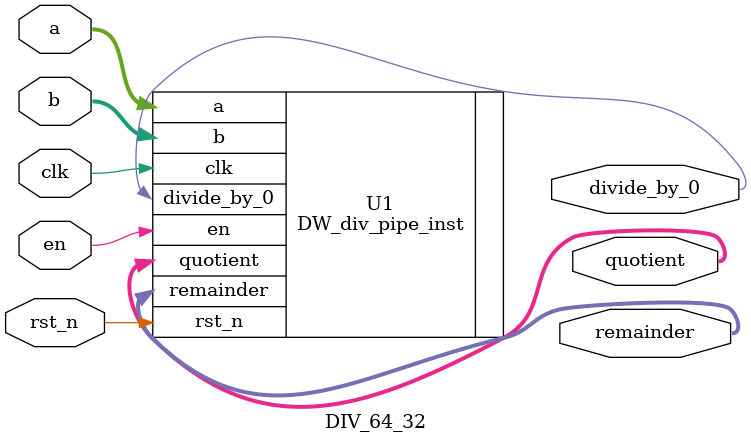
<source format=v>
module DIV_64_32(clk, rst_n, en, a, b,
                        quotient, remainder, divide_by_0 );

  input clk;
  input rst_n;
  input en;
  input [63 : 0] a;
  input [31 : 0] b;
  output [63 : 0] quotient;
  output [31 : 0] remainder;
  output divide_by_0;

  // Instance of DW_div_pipe
  DW_div_pipe_inst
    U1 (.clk(clk),   .rst_n(rst_n),   .en(en),
        .a(a),   .b(b),   .quotient(quotient),
        .remainder(remainder),   .divide_by_0(divide_by_0) );
endmodule
</source>
